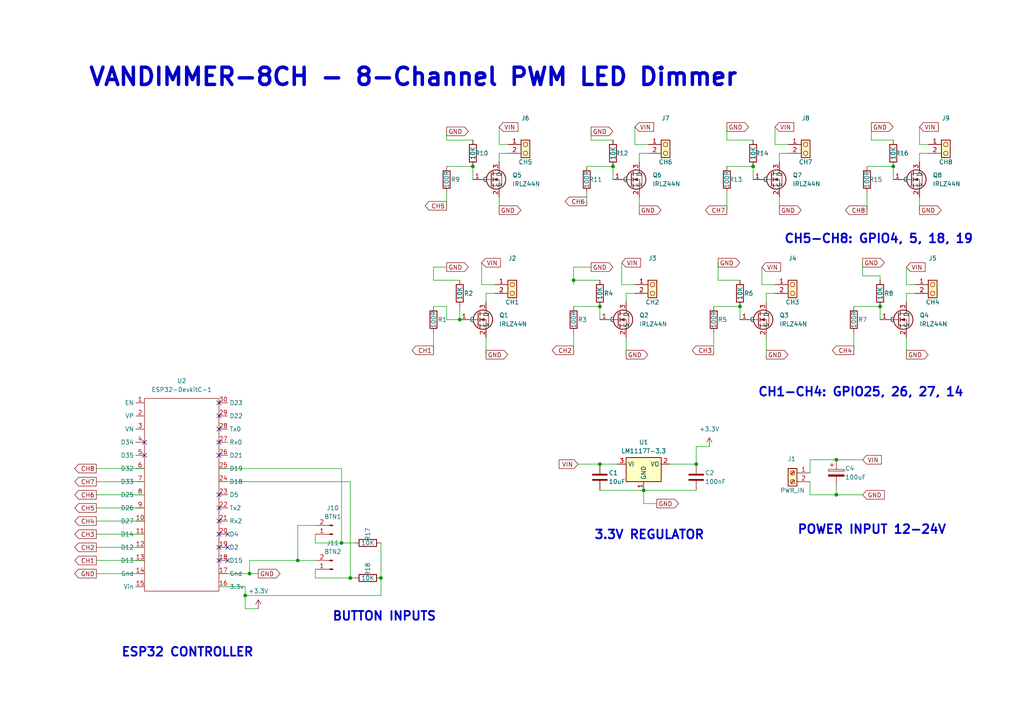
<source format=kicad_sch>
(kicad_sch (version 20250114) (generator "eeschema") (generator_version "9.0")
  (paper "A4")
  (title_block (title "VANDIMMER-8CH LED Controller") (date "2026-01-27") (rev "1.0") (company "VanDaemon") (comment 1 "8-Channel PWM LED Dimmer") (comment 2 "ESP32-WROOM-32 Controller"))
  (lib_symbols
    (symbol "Connector:Conn_01x02_Pin" (pin_names (offset 1.016) (hide yes))
      (property "Reference" "J" (at 0 2.54 0))
      (property "Value" "Conn_01x02_Pin" (at 0 -5.08 0))
      (symbol "Conn_01x02_Pin_1_1"
        (rectangle (start 0.8636 0.127) (end 0 -0.127) (stroke (width 0.1524)) (fill (type outline)))
        (rectangle (start 0.8636 -2.413) (end 0 -2.667) (stroke (width 0.1524)) (fill (type outline)))
        (polyline (pts (xy 1.27 0) (xy 0.8636 0)) (stroke (width 0.1524)))
        (polyline (pts (xy 1.27 -2.54) (xy 0.8636 -2.54)) (stroke (width 0.1524)))
        (pin passive line (at 5.08 0 180) (length 3.81) (name "Pin_1") (number "1"))
        (pin passive line (at 5.08 -2.54 180) (length 3.81) (name "Pin_2") (number "2"))
      )
    )
    (symbol "Connector:Screw_Terminal_01x02" (pin_names (offset 1.016) (hide yes))
      (property "Reference" "J" (at 0 2.54 0))
      (property "Value" "Screw_Terminal_01x02" (at 0 -5.08 0))
      (symbol "Screw_Terminal_01x02_1_1"
        (rectangle (start -1.27 1.27) (end 1.27 -3.81) (stroke (width 0.254)) (fill (type background)))
        (circle (center 0 0) (radius 0.635) (stroke (width 0.1524)))
        (circle (center 0 -2.54) (radius 0.635) (stroke (width 0.1524)))
        (pin passive line (at -5.08 0 0) (length 3.81) (name "Pin_1") (number "1"))
        (pin passive line (at -5.08 -2.54 0) (length 3.81) (name "Pin_2") (number "2"))
      )
    )
    (symbol "Device:C" (pin_numbers (hide yes)) (pin_names (offset 0.254))
      (property "Reference" "C" (at 0.635 2.54 0))
      (property "Value" "C" (at 0.635 -2.54 0))
      (symbol "C_0_1"
        (polyline (pts (xy -2.032 0.762) (xy 2.032 0.762)) (stroke (width 0.508)))
        (polyline (pts (xy -2.032 -0.762) (xy 2.032 -0.762)) (stroke (width 0.508)))
      )
      (symbol "C_1_1"
        (pin passive line (at 0 3.81 270) (length 2.794) (name "~") (number "1"))
        (pin passive line (at 0 -3.81 90) (length 2.794) (name "~") (number "2"))
      )
    )
    (symbol "Device:CP" (pin_numbers (hide yes)) (pin_names (offset 0.254))
      (property "Reference" "C" (at 0.635 2.54 0))
      (property "Value" "CP" (at 0.635 -2.54 0))
      (symbol "CP_0_1"
        (rectangle (start -2.286 0.508) (end 2.286 1.016))
        (rectangle (start -2.286 -0.508) (end 2.286 -1.016) (fill (type outline)))
        (polyline (pts (xy -1.778 2.286) (xy -0.762 2.286)))
        (polyline (pts (xy -1.27 2.794) (xy -1.27 1.778)))
      )
      (symbol "CP_1_1"
        (pin passive line (at 0 3.81 270) (length 2.794) (name "~") (number "1"))
        (pin passive line (at 0 -3.81 90) (length 2.794) (name "~") (number "2"))
      )
    )
    (symbol "Device:R" (pin_numbers (hide yes)) (pin_names (offset 0))
      (property "Reference" "R" (at 2.032 0 90))
      (property "Value" "R" (at 0 0 90))
      (symbol "R_0_1"
        (rectangle (start -1.016 -2.54) (end 1.016 2.54) (stroke (width 0.254)))
      )
      (symbol "R_1_1"
        (pin passive line (at 0 3.81 270) (length 1.27) (name "~") (number "1"))
        (pin passive line (at 0 -3.81 90) (length 1.27) (name "~") (number "2"))
      )
    )
    (symbol "Regulator_Linear:LM1117T-3.3"
      (property "Reference" "U" (at -3.81 3.175 0))
      (property "Value" "LM1117T-3.3" (at 0 3.175 0))
      (symbol "LM1117T-3.3_0_1"
        (rectangle (start -5.08 -5.08) (end 5.08 1.905) (stroke (width 0.254)) (fill (type background)))
      )
      (symbol "LM1117T-3.3_1_1"
        (pin power_in line (at -7.62 0 0) (length 2.54) (name "VI") (number "3"))
        (pin power_in line (at 0 -7.62 90) (length 2.54) (name "GND") (number "1"))
        (pin power_out line (at 7.62 0 180) (length 2.54) (name "VO") (number "2"))
      )
    )
    (symbol "SF_Library:ESP32-DevKitV1"
      (property "Reference" "U" (at 0 0 0))
      (symbol "ESP32-DevKitV1_0_1"
        (rectangle (start -12.7 -2.54) (end 8.89 -58.42))
      )
      (symbol "ESP32-DevKitV1_1_1"
        (pin input line (at -12.7 -3.81 180) (length 2.54) (name "EN") (number "1"))
        (pin input line (at -12.7 -7.62 180) (length 2.54) (name "VP") (number "2"))
        (pin input line (at -12.7 -11.43 180) (length 2.54) (name "VN") (number "3"))
        (pin bidirectional line (at -12.7 -15.24 180) (length 2.54) (name "D34") (number "4"))
        (pin bidirectional line (at -12.7 -19.05 180) (length 2.54) (name "D35") (number "5"))
        (pin bidirectional line (at -12.7 -22.86 180) (length 2.54) (name "D32") (number "6"))
        (pin bidirectional line (at -12.7 -26.67 180) (length 2.54) (name "D33") (number "7"))
        (pin bidirectional line (at -12.7 -30.48 180) (length 2.54) (name "D25") (number "8"))
        (pin bidirectional line (at -12.7 -34.29 180) (length 2.54) (name "D26") (number "9"))
        (pin bidirectional line (at -12.7 -38.1 180) (length 2.54) (name "D27") (number "10"))
        (pin bidirectional line (at -12.7 -41.91 180) (length 2.54) (name "D14") (number "11"))
        (pin bidirectional line (at -12.7 -45.72 180) (length 2.54) (name "D12") (number "12"))
        (pin bidirectional line (at -12.7 -49.53 180) (length 2.54) (name "D13") (number "13"))
        (pin power_out line (at -12.7 -53.34 180) (length 2.54) (name "Gnd") (number "14"))
        (pin power_in line (at -12.7 -57.15 180) (length 2.54) (name "Vin") (number "15"))
        (pin bidirectional line (at 8.89 -3.81 0) (length 2.54) (name "D23") (number "30"))
        (pin bidirectional line (at 8.89 -7.62 0) (length 2.54) (name "D22") (number "29"))
        (pin bidirectional line (at 8.89 -11.43 0) (length 2.54) (name "Tx0") (number "28"))
        (pin bidirectional line (at 8.89 -15.24 0) (length 2.54) (name "Rx0") (number "27"))
        (pin bidirectional line (at 8.89 -19.05 0) (length 2.54) (name "D21") (number "26"))
        (pin bidirectional line (at 8.89 -22.86 0) (length 2.54) (name "D19") (number "25"))
        (pin bidirectional line (at 8.89 -26.67 0) (length 2.54) (name "D18") (number "24"))
        (pin bidirectional line (at 8.89 -30.48 0) (length 2.54) (name "D5") (number "23"))
        (pin bidirectional line (at 8.89 -34.29 0) (length 2.54) (name "Tx2") (number "22"))
        (pin bidirectional line (at 8.89 -38.1 0) (length 2.54) (name "Rx2") (number "21"))
        (pin bidirectional line (at 8.89 -41.91 0) (length 2.54) (name "D4") (number "20"))
        (pin bidirectional line (at 8.89 -45.72 0) (length 2.54) (name "D2") (number "19"))
        (pin bidirectional line (at 8.89 -49.53 0) (length 2.54) (name "D15") (number "18"))
        (pin power_out line (at 8.89 -53.34 0) (length 2.54) (name "Gnd") (number "17"))
        (pin power_in line (at 8.89 -57.15 0) (length 2.54) (name "3.3v") (number "16"))
      )
    )
    (symbol "Screw_Terminal_01x02_1" (pin_names (offset 1.016) (hide yes))
      (property "Reference" "J" (at 0 2.54 0))
      (property "Value" "Screw_Terminal_01x02" (at 0 -5.08 0))
      (symbol "Screw_Terminal_01x02_1_1_1"
        (rectangle (start -1.27 1.27) (end 1.27 -3.81) (stroke (width 0.254)) (fill (type background)))
        (polyline (pts (xy -0.5334 0.3302) (xy 0.3302 -0.508)) (stroke (width 0.1524)))
        (polyline (pts (xy -0.5334 -2.2098) (xy 0.3302 -3.048)) (stroke (width 0.1524)))
        (polyline (pts (xy -0.3556 0.508) (xy 0.508 -0.3302)) (stroke (width 0.1524)))
        (polyline (pts (xy -0.3556 -2.032) (xy 0.508 -2.8702)) (stroke (width 0.1524)))
        (circle (center 0 0) (radius 0.635) (stroke (width 0.1524)))
        (circle (center 0 -2.54) (radius 0.635) (stroke (width 0.1524)))
        (pin passive line (at -5.08 0 0) (length 3.81) (name "Pin_1") (number "1"))
        (pin passive line (at -5.08 -2.54 0) (length 3.81) (name "Pin_2") (number "2"))
      )
    )
    (symbol "Transistor_FET:IRLZ44N" (pin_names (offset 0.254))
      (property "Reference" "Q" (at 5.08 1.905 0))
      (property "Value" "IRLZ44N" (at 5.08 0 0))
      (symbol "IRLZ44N_0_1"
        (polyline (pts (xy 0.254 1.905) (xy 0.254 -1.905)) (stroke (width 0.254)))
        (polyline (pts (xy 0.254 0) (xy -2.54 0)))
        (polyline (pts (xy 0.762 2.286) (xy 0.762 1.27)) (stroke (width 0.254)))
        (polyline (pts (xy 0.762 0.508) (xy 0.762 -0.508)) (stroke (width 0.254)))
        (polyline (pts (xy 0.762 -1.27) (xy 0.762 -2.286)) (stroke (width 0.254)))
        (polyline (pts (xy 0.762 -1.778) (xy 3.302 -1.778) (xy 3.302 1.778) (xy 0.762 1.778)))
        (polyline (pts (xy 1.016 0) (xy 2.032 0.381) (xy 2.032 -0.381) (xy 1.016 0)) (fill (type outline)))
        (circle (center 1.651 0) (radius 2.794) (stroke (width 0.254)))
        (polyline (pts (xy 2.54 2.54) (xy 2.54 1.778)))
        (polyline (pts (xy 2.54 -2.54) (xy 2.54 0) (xy 0.762 0)))
      )
      (symbol "IRLZ44N_1_1"
        (pin input line (at -5.08 0 0) (length 2.54) (name "G") (number "1"))
        (pin passive line (at 2.54 5.08 270) (length 2.54) (name "D") (number "3"))
        (pin passive line (at 2.54 -5.08 90) (length 2.54) (name "S") (number "2"))
      )
    )
    (symbol "power:+3.3V" (power) (pin_numbers (hide yes)) (pin_names (offset 0) (hide yes))
      (property "Value" "+3.3V" (at 0 3.556 0))
      (symbol "+3.3V_0_1"
        (polyline (pts (xy -0.762 1.27) (xy 0 2.54)))
        (polyline (pts (xy 0 2.54) (xy 0.762 1.27)))
        (polyline (pts (xy 0 0) (xy 0 2.54)))
      )
      (symbol "+3.3V_1_1"
        (pin power_in line (at 0 0 90) (length 0) (name "~") (number "1"))
      )
    )
    (symbol "power:+3V3" (power) (pin_names (offset 0))
      (property "Value" "+3V3" (at 0 3.556 0))
      (symbol "+3V3_0_1"
        (polyline (pts (xy -0.762 1.27) (xy 0 2.54)))
        (polyline (pts (xy 0 2.54) (xy 0.762 1.27)))
        (polyline (pts (xy 0 0) (xy 0 2.54)))
      )
      (symbol "+3V3_1_1"
        (pin power_in line (at 0 0 90) (length 0) (name "+3V3") (number "1"))
      )
    )
    (symbol "power:GND" (power) (pin_names (offset 0))
      (property "Value" "GND" (at 0 -3.81 0))
      (symbol "GND_0_1"
        (polyline (pts (xy 0 0) (xy 0 -1.27) (xy 1.27 -1.27) (xy 0 -2.54) (xy -1.27 -1.27) (xy 0 -1.27)))
      )
      (symbol "GND_1_1"
        (pin power_in line (at 0 0 270) (length 0) (name "GND") (number "1"))
      )
    )
    (symbol "power:VIN" (power) (pin_names (offset 0))
      (property "Value" "VIN" (at 0 3.556 0))
      (symbol "VIN_0_1"
        (polyline (pts (xy -0.762 1.27) (xy 0 2.54)))
        (polyline (pts (xy 0 2.54) (xy 0.762 1.27)))
        (polyline (pts (xy 0 0) (xy 0 2.54)))
      )
      (symbol "VIN_1_1"
        (pin power_in line (at 0 0 90) (length 0) (name "VIN") (number "1"))
      )
    )
  )
  (text "ESP32 CONTROLLER" (at 35.052 190.754 0) (effects (font (size 2.54 2.54) (bold yes)) (justify left bottom)))
  (text "VANDIMMER-8CH - 8-Channel PWM LED Dimmer" (at 25.4 25.4 0) (effects (font (size 5 5) (bold yes)) (justify left bottom)))
  (text "BUTTON INPUTS" (at 96.266 180.34 0) (effects (font (size 2.54 2.54) (bold yes)) (justify left bottom)))
  (text "CH5-CH8: GPIO4, 5, 18, 19" (at 227.33 70.866 0) (effects (font (size 2.54 2.54) (bold yes)) (justify left bottom)))
  (text "CH1-CH4: GPIO25, 26, 27, 14" (at 219.71 115.316 0) (effects (font (size 2.54 2.54) (bold yes)) (justify left bottom)))
  (text "POWER INPUT 12-24V" (at 231.14 155.194 0) (effects (font (size 2.54 2.54) (bold yes)) (justify left bottom)))
  (text "3.3V REGULATOR" (at 172.212 156.718 0) (effects (font (size 2.54 2.54) (bold yes)) (justify left bottom)))
  (junction (at 71.12 172.72))
  (junction (at 101.6 167.64))
  (junction (at 137.16 48.26))
  (junction (at 201.93 134.62))
  (junction (at 242.57 133.35))
  (junction (at 72.39 166.37))
  (junction (at 173.99 134.62))
  (junction (at 133.35 92.71))
  (junction (at 110.49 167.64))
  (junction (at 218.44 48.26))
  (junction (at 166.37 81.28))
  (junction (at 99.06 157.48))
  (junction (at 86.36 162.56))
  (junction (at 255.27 88.9))
  (junction (at 214.63 88.9))
  (junction (at 242.57 143.51))
  (junction (at 177.8 48.26))
  (junction (at 173.99 88.9))
  (junction (at 186.69 142.24))
  (junction (at 259.08 48.26))
  (no_connect (at 63.5 128.27))
  (no_connect (at 63.5 120.65))
  (no_connect (at 63.5 132.08))
  (no_connect (at 66.04 154.94))
  (no_connect (at 63.5 147.32))
  (no_connect (at 63.5 124.46))
  (no_connect (at 66.04 162.56))
  (no_connect (at 63.5 116.84))
  (no_connect (at 63.5 158.75))
  (no_connect (at 41.91 128.27))
  (no_connect (at 63.5 151.13))
  (no_connect (at 63.5 162.56))
  (no_connect (at 41.91 132.08))
  (no_connect (at 66.04 158.75))
  (no_connect (at 63.5 154.94))
  (no_connect (at 63.5 143.51))
  (wire (pts (xy 224.79 85.09) (xy 222.25 85.09)))
  (wire (pts (xy 222.25 85.09) (xy 222.25 87.63)))
  (wire (pts (xy 166.37 81.28) (xy 173.99 81.28)))
  (wire (pts (xy 129.54 55.88) (xy 129.54 59.69)))
  (wire (pts (xy 214.63 88.9) (xy 214.63 92.71)))
  (wire (pts (xy 170.18 48.26) (xy 177.8 48.26)))
  (wire (pts (xy 262.89 87.63) (xy 262.89 85.09)))
  (wire (pts (xy 166.37 77.47) (xy 171.45 77.47)))
  (wire (pts (xy 201.93 129.54) (xy 201.93 134.62)))
  (wire (pts (xy 139.7 82.55) (xy 143.51 82.55)))
  (wire (pts (xy 129.54 88.9) (xy 129.54 92.71)))
  (wire (pts (xy 181.61 85.09) (xy 184.15 85.09)))
  (wire (pts (xy 269.24 44.45) (xy 266.7 44.45)))
  (wire (pts (xy 186.69 142.24) (xy 186.69 146.05)))
  (wire (pts (xy 226.06 57.15) (xy 226.06 60.96)))
  (wire (pts (xy 185.42 46.99) (xy 185.42 44.45)))
  (wire (pts (xy 242.57 143.51) (xy 250.19 143.51)))
  (wire (pts (xy 27.94 143.51) (xy 41.91 143.51)))
  (wire (pts (xy 220.98 77.47) (xy 220.98 82.55)))
  (wire (pts (xy 250.19 133.35) (xy 242.57 133.35)))
  (wire (pts (xy 208.28 76.2) (xy 208.28 81.28)))
  (wire (pts (xy 99.06 157.48) (xy 102.87 157.48)))
  (wire (pts (xy 266.7 57.15) (xy 266.7 60.96)))
  (wire (pts (xy 210.82 40.64) (xy 218.44 40.64)))
  (wire (pts (xy 129.54 40.64) (xy 137.16 40.64)))
  (wire (pts (xy 27.94 158.75) (xy 41.91 158.75)))
  (wire (pts (xy 234.95 133.35) (xy 234.95 137.16)))
  (wire (pts (xy 250.19 80.01) (xy 255.27 80.01)))
  (wire (pts (xy 27.94 166.37) (xy 41.91 166.37)))
  (wire (pts (xy 144.78 36.83) (xy 144.78 41.91)))
  (wire (pts (xy 86.36 152.4) (xy 86.36 162.56)))
  (wire (pts (xy 63.5 135.89) (xy 99.06 135.89)))
  (wire (pts (xy 234.95 143.51) (xy 242.57 143.51)))
  (wire (pts (xy 171.45 40.64) (xy 177.8 40.64)))
  (wire (pts (xy 262.89 85.09) (xy 265.43 85.09)))
  (wire (pts (xy 185.42 44.45) (xy 187.96 44.45)))
  (wire (pts (xy 91.44 152.4) (xy 86.36 152.4)))
  (wire (pts (xy 173.99 142.24) (xy 186.69 142.24)))
  (wire (pts (xy 247.65 88.9) (xy 255.27 88.9)))
  (wire (pts (xy 242.57 133.35) (xy 234.95 133.35)))
  (wire (pts (xy 218.44 48.26) (xy 218.44 52.07)))
  (wire (pts (xy 179.07 134.62) (xy 173.99 134.62)))
  (wire (pts (xy 181.61 87.63) (xy 181.61 85.09)))
  (wire (pts (xy 224.79 36.83) (xy 224.79 41.91)))
  (wire (pts (xy 71.12 176.53) (xy 74.93 176.53)))
  (wire (pts (xy 91.44 157.48) (xy 99.06 157.48)))
  (wire (pts (xy 129.54 77.47) (xy 125.73 77.47)))
  (wire (pts (xy 259.08 48.26) (xy 259.08 52.07)))
  (wire (pts (xy 71.12 172.72) (xy 71.12 176.53)))
  (wire (pts (xy 207.01 88.9) (xy 214.63 88.9)))
  (wire (pts (xy 133.35 88.9) (xy 133.35 92.71)))
  (wire (pts (xy 27.94 162.56) (xy 41.91 162.56)))
  (wire (pts (xy 262.89 82.55) (xy 265.43 82.55)))
  (wire (pts (xy 262.89 77.47) (xy 262.89 82.55)))
  (wire (pts (xy 129.54 92.71) (xy 133.35 92.71)))
  (wire (pts (xy 140.97 97.79) (xy 140.97 102.87)))
  (wire (pts (xy 144.78 46.99) (xy 144.78 44.45)))
  (wire (pts (xy 27.94 154.94) (xy 41.91 154.94)))
  (wire (pts (xy 210.82 36.83) (xy 210.82 40.64)))
  (wire (pts (xy 170.18 55.88) (xy 170.18 58.42)))
  (wire (pts (xy 252.73 40.64) (xy 259.08 40.64)))
  (wire (pts (xy 72.39 162.56) (xy 86.36 162.56)))
  (wire (pts (xy 27.94 135.89) (xy 41.91 135.89)))
  (wire (pts (xy 91.44 154.94) (xy 91.44 157.48)))
  (wire (pts (xy 110.49 172.72) (xy 110.49 167.64)))
  (wire (pts (xy 144.78 41.91) (xy 147.32 41.91)))
  (wire (pts (xy 125.73 81.28) (xy 133.35 81.28)))
  (wire (pts (xy 194.31 134.62) (xy 201.93 134.62)))
  (wire (pts (xy 222.25 97.79) (xy 222.25 102.87)))
  (wire (pts (xy 180.34 82.55) (xy 180.34 76.2)))
  (wire (pts (xy 266.7 44.45) (xy 266.7 46.99)))
  (wire (pts (xy 125.73 96.52) (xy 125.73 101.6)))
  (wire (pts (xy 226.06 46.99) (xy 226.06 44.45)))
  (wire (pts (xy 262.89 97.79) (xy 262.89 102.87)))
  (wire (pts (xy 27.94 139.7) (xy 41.91 139.7)))
  (wire (pts (xy 101.6 167.64) (xy 102.87 167.64)))
  (wire (pts (xy 125.73 88.9) (xy 129.54 88.9)))
  (wire (pts (xy 205.74 129.54) (xy 201.93 129.54)))
  (wire (pts (xy 166.37 88.9) (xy 173.99 88.9)))
  (wire (pts (xy 255.27 80.01) (xy 255.27 81.28)))
  (wire (pts (xy 166.37 81.28) (xy 166.37 82.55)))
  (wire (pts (xy 171.45 38.1) (xy 171.45 40.64)))
  (wire (pts (xy 184.15 36.83) (xy 184.15 41.91)))
  (wire (pts (xy 166.37 77.47) (xy 166.37 81.28)))
  (wire (pts (xy 91.44 165.1) (xy 91.44 167.64)))
  (wire (pts (xy 224.79 41.91) (xy 228.6 41.91)))
  (wire (pts (xy 210.82 48.26) (xy 218.44 48.26)))
  (wire (pts (xy 208.28 81.28) (xy 214.63 81.28)))
  (wire (pts (xy 144.78 57.15) (xy 144.78 60.96)))
  (wire (pts (xy 129.54 38.1) (xy 129.54 40.64)))
  (wire (pts (xy 251.46 48.26) (xy 259.08 48.26)))
  (wire (pts (xy 137.16 48.26) (xy 137.16 52.07)))
  (wire (pts (xy 139.7 76.2) (xy 139.7 82.55)))
  (wire (pts (xy 184.15 41.91) (xy 187.96 41.91)))
  (wire (pts (xy 210.82 55.88) (xy 210.82 60.96)))
  (wire (pts (xy 184.15 82.55) (xy 180.34 82.55)))
  (wire (pts (xy 242.57 143.51) (xy 242.57 140.97)))
  (wire (pts (xy 140.97 85.09) (xy 140.97 87.63)))
  (wire (pts (xy 166.37 96.52) (xy 166.37 101.6)))
  (wire (pts (xy 177.8 48.26) (xy 177.8 52.07)))
  (wire (pts (xy 186.69 142.24) (xy 201.93 142.24)))
  (wire (pts (xy 250.19 76.2) (xy 250.19 80.01)))
  (wire (pts (xy 143.51 85.09) (xy 140.97 85.09)))
  (wire (pts (xy 173.99 88.9) (xy 173.99 92.71)))
  (wire (pts (xy 181.61 97.79) (xy 181.61 102.87)))
  (wire (pts (xy 91.44 167.64) (xy 101.6 167.64)))
  (wire (pts (xy 72.39 166.37) (xy 72.39 162.56)))
  (wire (pts (xy 167.64 134.62) (xy 173.99 134.62)))
  (wire (pts (xy 27.94 147.32) (xy 41.91 147.32)))
  (wire (pts (xy 110.49 157.48) (xy 110.49 167.64)))
  (wire (pts (xy 185.42 57.15) (xy 185.42 60.96)))
  (wire (pts (xy 266.7 41.91) (xy 269.24 41.91)))
  (wire (pts (xy 226.06 44.45) (xy 228.6 44.45)))
  (wire (pts (xy 71.12 170.18) (xy 71.12 172.72)))
  (wire (pts (xy 86.36 162.56) (xy 91.44 162.56)))
  (wire (pts (xy 251.46 55.88) (xy 251.46 60.96)))
  (wire (pts (xy 234.95 139.7) (xy 234.95 143.51)))
  (wire (pts (xy 99.06 135.89) (xy 99.06 157.48)))
  (wire (pts (xy 220.98 82.55) (xy 224.79 82.55)))
  (wire (pts (xy 186.69 146.05) (xy 190.5 146.05)))
  (wire (pts (xy 144.78 44.45) (xy 147.32 44.45)))
  (wire (pts (xy 63.5 166.37) (xy 72.39 166.37)))
  (wire (pts (xy 63.5 139.7) (xy 101.6 139.7)))
  (wire (pts (xy 252.73 36.83) (xy 252.73 40.64)))
  (wire (pts (xy 207.01 96.52) (xy 207.01 101.6)))
  (wire (pts (xy 129.54 48.26) (xy 137.16 48.26)))
  (wire (pts (xy 72.39 166.37) (xy 74.93 166.37)))
  (wire (pts (xy 63.5 170.18) (xy 71.12 170.18)))
  (wire (pts (xy 255.27 88.9) (xy 255.27 92.71)))
  (wire (pts (xy 247.65 96.52) (xy 247.65 101.6)))
  (wire (pts (xy 27.94 151.13) (xy 41.91 151.13)))
  (wire (pts (xy 266.7 36.83) (xy 266.7 41.91)))
  (wire (pts (xy 125.73 77.47) (xy 125.73 81.28)))
  (wire (pts (xy 101.6 139.7) (xy 101.6 167.64)))
  (wire (pts (xy 71.12 172.72) (xy 110.49 172.72)))
  (global_label "GND" (shape output) (at 27.94 166.37 180) (property "Intersheetrefs" "${INTERSHEET_REFS}" (effects (hide yes))))
  (global_label "CH2" (shape output) (at 166.37 101.6 180) (property "Intersheetrefs" "${INTERSHEET_REFS}" (effects (hide yes))))
  (global_label "CH3" (shape output) (at 27.94 154.94 180) (property "Intersheetrefs" "${INTERSHEET_REFS}" (effects (hide yes))))
  (global_label "CH3" (shape output) (at 207.01 101.6 180) (property "Intersheetrefs" "${INTERSHEET_REFS}" (effects (hide yes))))
  (global_label "CH1" (shape output) (at 125.73 101.6 180) (property "Intersheetrefs" "${INTERSHEET_REFS}" (effects (hide yes))))
  (global_label "GND" (shape output) (at 181.61 102.87 0) (property "Intersheetrefs" "${INTERSHEET_REFS}" (effects (hide yes))))
  (global_label "VIN" (shape input) (at 144.78 36.83 0) (property "Intersheetrefs" "${INTERSHEET_REFS}" (effects (hide yes))))
  (global_label "GND" (shape output) (at 210.82 36.83 0) (property "Intersheetrefs" "${INTERSHEET_REFS}" (effects (hide yes))))
  (global_label "CH7" (shape output) (at 210.82 60.96 180) (property "Intersheetrefs" "${INTERSHEET_REFS}" (effects (hide yes))))
  (global_label "VIN" (shape input) (at 139.7 76.2 0) (property "Intersheetrefs" "${INTERSHEET_REFS}" (effects (hide yes))))
  (global_label "GND" (shape output) (at 250.19 76.2 0) (property "Intersheetrefs" "${INTERSHEET_REFS}" (effects (hide yes))))
  (global_label "CH4" (shape output) (at 27.94 151.13 180) (property "Intersheetrefs" "${INTERSHEET_REFS}" (effects (hide yes))))
  (global_label "GND" (shape output) (at 74.93 166.37 0) (property "Intersheetrefs" "${INTERSHEET_REFS}" (effects (hide yes))))
  (global_label "VIN" (shape input) (at 266.7 36.83 0) (property "Intersheetrefs" "${INTERSHEET_REFS}" (effects (hide yes))))
  (global_label "VIN" (shape input) (at 184.15 36.83 0) (property "Intersheetrefs" "${INTERSHEET_REFS}" (effects (hide yes))))
  (global_label "CH6" (shape output) (at 27.94 143.51 180) (property "Intersheetrefs" "${INTERSHEET_REFS}" (effects (hide yes))))
  (global_label "VIN" (shape input) (at 224.79 36.83 0) (property "Intersheetrefs" "${INTERSHEET_REFS}" (effects (hide yes))))
  (global_label "GND" (shape output) (at 208.28 76.2 0) (property "Intersheetrefs" "${INTERSHEET_REFS}" (effects (hide yes))))
  (global_label "CH8" (shape output) (at 27.94 135.89 180) (property "Intersheetrefs" "${INTERSHEET_REFS}" (effects (hide yes))))
  (global_label "GND" (shape output) (at 222.25 102.87 0) (property "Intersheetrefs" "${INTERSHEET_REFS}" (effects (hide yes))))
  (global_label "CH2" (shape output) (at 27.94 158.75 180) (property "Intersheetrefs" "${INTERSHEET_REFS}" (effects (hide yes))))
  (global_label "CH5" (shape output) (at 129.54 59.69 180) (property "Intersheetrefs" "${INTERSHEET_REFS}" (effects (hide yes))))
  (global_label "GND" (shape output) (at 140.97 102.87 0) (property "Intersheetrefs" "${INTERSHEET_REFS}" (effects (hide yes))))
  (global_label "VIN" (shape input) (at 220.98 77.47 0) (property "Intersheetrefs" "${INTERSHEET_REFS}" (effects (hide yes))))
  (global_label "GND" (shape output) (at 144.78 60.96 0) (property "Intersheetrefs" "${INTERSHEET_REFS}" (effects (hide yes))))
  (global_label "VIN" (shape input) (at 180.34 76.2 0) (property "Intersheetrefs" "${INTERSHEET_REFS}" (effects (hide yes))))
  (global_label "GND" (shape input) (at 250.19 143.51 0) (property "Intersheetrefs" "${INTERSHEET_REFS}" (effects (hide yes))))
  (global_label "GND" (shape output) (at 262.89 102.87 0) (property "Intersheetrefs" "${INTERSHEET_REFS}" (effects (hide yes))))
  (global_label "CH1" (shape output) (at 27.94 162.56 180) (property "Intersheetrefs" "${INTERSHEET_REFS}" (effects (hide yes))))
  (global_label "CH7" (shape output) (at 27.94 139.7 180) (property "Intersheetrefs" "${INTERSHEET_REFS}" (effects (hide yes))))
  (global_label "GND" (shape output) (at 171.45 38.1 0) (property "Intersheetrefs" "${INTERSHEET_REFS}" (effects (hide yes))))
  (global_label "GND" (shape output) (at 129.54 77.47 0) (property "Intersheetrefs" "${INTERSHEET_REFS}" (effects (hide yes))))
  (global_label "CH6" (shape output) (at 170.18 58.42 180) (property "Intersheetrefs" "${INTERSHEET_REFS}" (effects (hide yes))))
  (global_label "GND" (shape output) (at 185.42 60.96 0) (property "Intersheetrefs" "${INTERSHEET_REFS}" (effects (hide yes))))
  (global_label "GND" (shape output) (at 266.7 60.96 0) (property "Intersheetrefs" "${INTERSHEET_REFS}" (effects (hide yes))))
  (global_label "VIN" (shape input) (at 250.19 133.35 0) (property "Intersheetrefs" "${INTERSHEET_REFS}" (effects (hide yes))))
  (global_label "GND" (shape output) (at 171.45 77.47 0) (property "Intersheetrefs" "${INTERSHEET_REFS}" (effects (hide yes))))
  (global_label "GND" (shape output) (at 226.06 60.96 0) (property "Intersheetrefs" "${INTERSHEET_REFS}" (effects (hide yes))))
  (global_label "GND" (shape output) (at 252.73 36.83 0) (property "Intersheetrefs" "${INTERSHEET_REFS}" (effects (hide yes))))
  (global_label "GND" (shape output) (at 190.5 146.05 0) (property "Intersheetrefs" "${INTERSHEET_REFS}" (effects (hide yes))))
  (global_label "GND" (shape output) (at 129.54 38.1 0) (property "Intersheetrefs" "${INTERSHEET_REFS}" (effects (hide yes))))
  (global_label "CH4" (shape output) (at 247.65 101.6 180) (property "Intersheetrefs" "${INTERSHEET_REFS}" (effects (hide yes))))
  (global_label "VIN" (shape input) (at 167.64 134.62 180) (property "Intersheetrefs" "${INTERSHEET_REFS}" (effects (hide yes))))
  (global_label "CH5" (shape output) (at 27.94 147.32 180) (property "Intersheetrefs" "${INTERSHEET_REFS}" (effects (hide yes))))
  (global_label "CH8" (shape output) (at 251.46 60.96 180) (property "Intersheetrefs" "${INTERSHEET_REFS}" (effects (hide yes))))
  (global_label "VIN" (shape input) (at 262.89 77.47 0) (property "Intersheetrefs" "${INTERSHEET_REFS}" (effects (hide yes))))
  (symbol (lib_id "Regulator_Linear:LM1117T-3.3") (at 186.69 134.62 0) (unit 1)
    (property "Reference" "U1" (at 186.69 128.27 0))
    (property "Value" "LM1117T-3.3" (at 186.69 130.81 0))
    (property "Footprint" "Package_TO_SOT_THT:TO-220-3_Horizontal_TabDown" (effects (hide yes)))
    (property "Datasheet" "http://www.ti.com/lit/ds/symlink/lm1117.pdf" (effects (hide yes)))
    (property "Description" "800mA Low-Dropout Linear Regulator, 3.3V fixed output, TO-220" (effects (hide yes)))
  )
  (symbol (lib_name "Screw_Terminal_01x02_1") (lib_id "Connector:Screw_Terminal_01x02") (at 229.87 137.16 0) (mirror y) (unit 1)
    (property "Reference" "J1" (at 229.616 133.096 0))
    (property "Value" "PWR_IN" (at 229.87 142.24 0))
    (property "Footprint" "TerminalBlock:TerminalBlock_bornier-2_P5.08mm" (effects (hide yes)))
    (property "Datasheet" "~" (at 229.87 137.16 0))
    (property "Description" "Generic screw terminal, single row, 01x02, script generated (kicad-library-utils/schlib/autogen/connector/)" (effects (hide yes)))
  )
  (symbol (lib_id "Device:CP") (at 242.57 137.16 0) (unit 1)
    (property "Reference" "C4" (at 245.11 135.89 0) (effects (justify left)))
    (property "Value" "100uF" (at 245.11 138.43 0) (effects (justify left)))
    (property "Footprint" "Capacitor_THT:CP_Radial_D8.0mm_P3.50mm" (effects (hide yes)))
  )
  (symbol (lib_id "Device:C") (at 173.99 138.43 0) (unit 1)
    (property "Reference" "C1" (at 176.53 137.16 0) (effects (justify left)))
    (property "Value" "10uF" (at 176.53 139.7 0) (effects (justify left)))
    (property "Footprint" "Capacitor_THT:C_Disc_D4.3mm_W1.9mm_P5.00mm" (effects (hide yes)))
  )
  (symbol (lib_id "Device:C") (at 201.93 138.43 0) (unit 1)
    (property "Reference" "C2" (at 204.47 137.16 0) (effects (justify left)))
    (property "Value" "100nF" (at 204.47 139.7 0) (effects (justify left)))
    (property "Footprint" "Capacitor_THT:C_Disc_D4.3mm_W1.9mm_P5.00mm" (effects (hide yes)))
  )
  (symbol (lib_id "Device:R") (at 106.68 157.48 90) (unit 1)
    (property "Reference" "R17" (at 106.68 154.94 0))
    (property "Value" "10K" (at 106.68 157.48 90))
    (property "Footprint" "Resistor_THT:R_Axial_DIN0207_L6.3mm_D2.5mm_P7.62mm_Horizontal" (effects (hide yes)))
  )
  (symbol (lib_id "Connector:Conn_01x02_Pin") (at 96.52 154.94 180) (unit 1)
    (property "Reference" "J10" (at 96.52 147.32 0))
    (property "Value" "BTN1" (at 96.52 149.86 0))
    (property "Footprint" "Connector_PinHeader_2.54mm:PinHeader_1x02_P2.54mm_Vertical" (effects (hide yes)))
  )
  (symbol (lib_id "Device:R") (at 106.68 167.64 90) (unit 1)
    (property "Reference" "R18" (at 106.68 165.1 0))
    (property "Value" "10K" (at 106.68 167.64 90))
    (property "Footprint" "Resistor_THT:R_Axial_DIN0207_L6.3mm_D2.5mm_P7.62mm_Horizontal" (effects (hide yes)))
  )
  (symbol (lib_id "Connector:Conn_01x02_Pin") (at 96.52 165.1 180) (unit 1)
    (property "Reference" "J11" (at 96.52 157.48 0))
    (property "Value" "BTN2" (at 96.52 160.02 0))
    (property "Footprint" "Connector_PinHeader_2.54mm:PinHeader_1x02_P2.54mm_Vertical" (effects (hide yes)))
  )
  (symbol (lib_id "Device:R") (at 125.73 92.71 0) (unit 1)
    (property "Reference" "R1" (at 128.27 92.71 0))
    (property "Value" "100R" (at 125.73 92.71 90))
    (property "Footprint" "Resistor_THT:R_Axial_DIN0207_L6.3mm_D2.5mm_P7.62mm_Horizontal" (effects (hide yes)))
  )
  (symbol (lib_id "Device:R") (at 133.35 85.09 0) (unit 1)
    (property "Reference" "R2" (at 135.89 85.09 0))
    (property "Value" "10K" (at 133.35 85.09 90))
    (property "Footprint" "Resistor_THT:R_Axial_DIN0207_L6.3mm_D2.5mm_P7.62mm_Horizontal" (effects (hide yes)))
  )
  (symbol (lib_id "Transistor_FET:IRLZ44N") (at 138.43 92.71 0) (unit 1)
    (property "Reference" "Q1" (at 144.78 91.44 0) (effects (justify left)))
    (property "Value" "IRLZ44N" (at 144.78 93.98 0) (effects (justify left)))
    (property "Footprint" "Package_TO_SOT_THT:TO-220-3_Horizontal_TabDown" (effects (hide yes)))
  )
  (symbol (lib_id "Connector:Screw_Terminal_01x02") (at 148.59 82.55 0) (unit 1)
    (property "Reference" "J2" (at 148.59 74.93 0))
    (property "Value" "CH1" (at 148.59 87.63 0))
    (property "Footprint" "TerminalBlock:TerminalBlock_bornier-2_P5.08mm" (effects (hide yes)))
  )
  (symbol (lib_id "Device:R") (at 166.37 92.71 0) (unit 1)
    (property "Reference" "R3" (at 168.91 92.71 0))
    (property "Value" "100R" (at 166.37 92.71 90))
    (property "Footprint" "Resistor_THT:R_Axial_DIN0207_L6.3mm_D2.5mm_P7.62mm_Horizontal" (effects (hide yes)))
  )
  (symbol (lib_id "Device:R") (at 173.99 85.09 0) (unit 1)
    (property "Reference" "R4" (at 176.53 85.09 0))
    (property "Value" "10K" (at 173.99 85.09 90))
    (property "Footprint" "Resistor_THT:R_Axial_DIN0207_L6.3mm_D2.5mm_P7.62mm_Horizontal" (effects (hide yes)))
  )
  (symbol (lib_id "Transistor_FET:IRLZ44N") (at 179.07 92.71 0) (unit 1)
    (property "Reference" "Q2" (at 185.42 91.44 0) (effects (justify left)))
    (property "Value" "IRLZ44N" (at 185.42 93.98 0) (effects (justify left)))
    (property "Footprint" "Package_TO_SOT_THT:TO-220-3_Horizontal_TabDown" (effects (hide yes)))
  )
  (symbol (lib_id "Connector:Screw_Terminal_01x02") (at 189.23 82.55 0) (unit 1)
    (property "Reference" "J3" (at 189.23 74.93 0))
    (property "Value" "CH2" (at 189.23 87.63 0))
    (property "Footprint" "TerminalBlock:TerminalBlock_bornier-2_P5.08mm" (effects (hide yes)))
  )
  (symbol (lib_id "Device:R") (at 207.01 92.71 0) (unit 1)
    (property "Reference" "R5" (at 209.55 92.71 0))
    (property "Value" "100R" (at 207.01 92.71 90))
    (property "Footprint" "Resistor_THT:R_Axial_DIN0207_L6.3mm_D2.5mm_P7.62mm_Horizontal" (effects (hide yes)))
  )
  (symbol (lib_id "Device:R") (at 214.63 85.09 0) (unit 1)
    (property "Reference" "R6" (at 217.17 85.09 0))
    (property "Value" "10K" (at 214.63 85.09 90))
    (property "Footprint" "Resistor_THT:R_Axial_DIN0207_L6.3mm_D2.5mm_P7.62mm_Horizontal" (effects (hide yes)))
  )
  (symbol (lib_id "Transistor_FET:IRLZ44N") (at 219.71 92.71 0) (unit 1)
    (property "Reference" "Q3" (at 226.06 91.44 0) (effects (justify left)))
    (property "Value" "IRLZ44N" (at 226.06 93.98 0) (effects (justify left)))
    (property "Footprint" "Package_TO_SOT_THT:TO-220-3_Horizontal_TabDown" (effects (hide yes)))
  )
  (symbol (lib_id "Connector:Screw_Terminal_01x02") (at 229.87 82.55 0) (unit 1)
    (property "Reference" "J4" (at 229.87 74.93 0))
    (property "Value" "CH3" (at 229.87 87.63 0))
    (property "Footprint" "TerminalBlock:TerminalBlock_bornier-2_P5.08mm" (effects (hide yes)))
  )
  (symbol (lib_id "Device:R") (at 247.65 92.71 0) (unit 1)
    (property "Reference" "R7" (at 250.19 92.71 0))
    (property "Value" "100R" (at 247.65 92.71 90))
    (property "Footprint" "Resistor_THT:R_Axial_DIN0207_L6.3mm_D2.5mm_P7.62mm_Horizontal" (effects (hide yes)))
  )
  (symbol (lib_id "Device:R") (at 255.27 85.09 0) (unit 1)
    (property "Reference" "R8" (at 257.81 85.09 0))
    (property "Value" "10K" (at 255.27 85.09 90))
    (property "Footprint" "Resistor_THT:R_Axial_DIN0207_L6.3mm_D2.5mm_P7.62mm_Horizontal" (effects (hide yes)))
  )
  (symbol (lib_id "Transistor_FET:IRLZ44N") (at 260.35 92.71 0) (unit 1)
    (property "Reference" "Q4" (at 266.7 91.44 0) (effects (justify left)))
    (property "Value" "IRLZ44N" (at 266.7 93.98 0) (effects (justify left)))
    (property "Footprint" "Package_TO_SOT_THT:TO-220-3_Horizontal_TabDown" (effects (hide yes)))
  )
  (symbol (lib_id "Connector:Screw_Terminal_01x02") (at 270.51 82.55 0) (unit 1)
    (property "Reference" "J5" (at 270.51 74.93 0))
    (property "Value" "CH4" (at 270.51 87.63 0))
    (property "Footprint" "TerminalBlock:TerminalBlock_bornier-2_P5.08mm" (effects (hide yes)))
  )
  (symbol (lib_id "Device:R") (at 129.54 52.07 0) (unit 1)
    (property "Reference" "R9" (at 132.08 52.07 0))
    (property "Value" "100R" (at 129.54 52.07 90))
    (property "Footprint" "Resistor_THT:R_Axial_DIN0207_L6.3mm_D2.5mm_P7.62mm_Horizontal" (effects (hide yes)))
  )
  (symbol (lib_id "Device:R") (at 137.16 44.45 0) (unit 1)
    (property "Reference" "R10" (at 139.7 44.45 0))
    (property "Value" "10K" (at 137.16 44.45 90))
    (property "Footprint" "Resistor_THT:R_Axial_DIN0207_L6.3mm_D2.5mm_P7.62mm_Horizontal" (effects (hide yes)))
  )
  (symbol (lib_id "Transistor_FET:IRLZ44N") (at 142.24 52.07 0) (unit 1)
    (property "Reference" "Q5" (at 148.59 50.8 0) (effects (justify left)))
    (property "Value" "IRLZ44N" (at 148.59 53.34 0) (effects (justify left)))
    (property "Footprint" "Package_TO_SOT_THT:TO-220-3_Horizontal_TabDown" (effects (hide yes)))
  )
  (symbol (lib_id "Connector:Screw_Terminal_01x02") (at 152.4 41.91 0) (unit 1)
    (property "Reference" "J6" (at 152.4 34.29 0))
    (property "Value" "CH5" (at 152.4 46.99 0))
    (property "Footprint" "TerminalBlock:TerminalBlock_bornier-2_P5.08mm" (effects (hide yes)))
  )
  (symbol (lib_id "Device:R") (at 170.18 52.07 0) (unit 1)
    (property "Reference" "R11" (at 172.72 52.07 0))
    (property "Value" "100R" (at 170.18 52.07 90))
    (property "Footprint" "Resistor_THT:R_Axial_DIN0207_L6.3mm_D2.5mm_P7.62mm_Horizontal" (effects (hide yes)))
  )
  (symbol (lib_id "Device:R") (at 177.8 44.45 0) (unit 1)
    (property "Reference" "R12" (at 180.34 44.45 0))
    (property "Value" "10K" (at 177.8 44.45 90))
    (property "Footprint" "Resistor_THT:R_Axial_DIN0207_L6.3mm_D2.5mm_P7.62mm_Horizontal" (effects (hide yes)))
  )
  (symbol (lib_id "Transistor_FET:IRLZ44N") (at 182.88 52.07 0) (unit 1)
    (property "Reference" "Q6" (at 189.23 50.8 0) (effects (justify left)))
    (property "Value" "IRLZ44N" (at 189.23 53.34 0) (effects (justify left)))
    (property "Footprint" "Package_TO_SOT_THT:TO-220-3_Horizontal_TabDown" (effects (hide yes)))
  )
  (symbol (lib_id "Connector:Screw_Terminal_01x02") (at 193.04 41.91 0) (unit 1)
    (property "Reference" "J7" (at 193.04 34.29 0))
    (property "Value" "CH6" (at 193.04 46.99 0))
    (property "Footprint" "TerminalBlock:TerminalBlock_bornier-2_P5.08mm" (effects (hide yes)))
  )
  (symbol (lib_id "Device:R") (at 210.82 52.07 0) (unit 1)
    (property "Reference" "R13" (at 213.36 52.07 0))
    (property "Value" "100R" (at 210.82 52.07 90))
    (property "Footprint" "Resistor_THT:R_Axial_DIN0207_L6.3mm_D2.5mm_P7.62mm_Horizontal" (effects (hide yes)))
  )
  (symbol (lib_id "Device:R") (at 218.44 44.45 0) (unit 1)
    (property "Reference" "R14" (at 220.98 44.45 0))
    (property "Value" "10K" (at 218.44 44.45 90))
    (property "Footprint" "Resistor_THT:R_Axial_DIN0207_L6.3mm_D2.5mm_P7.62mm_Horizontal" (effects (hide yes)))
  )
  (symbol (lib_id "Transistor_FET:IRLZ44N") (at 223.52 52.07 0) (unit 1)
    (property "Reference" "Q7" (at 229.87 50.8 0) (effects (justify left)))
    (property "Value" "IRLZ44N" (at 229.87 53.34 0) (effects (justify left)))
    (property "Footprint" "Package_TO_SOT_THT:TO-220-3_Horizontal_TabDown" (effects (hide yes)))
  )
  (symbol (lib_id "Connector:Screw_Terminal_01x02") (at 233.68 41.91 0) (unit 1)
    (property "Reference" "J8" (at 233.68 34.29 0))
    (property "Value" "CH7" (at 233.68 46.99 0))
    (property "Footprint" "TerminalBlock:TerminalBlock_bornier-2_P5.08mm" (effects (hide yes)))
  )
  (symbol (lib_id "Device:R") (at 251.46 52.07 0) (unit 1)
    (property "Reference" "R15" (at 254 52.07 0))
    (property "Value" "100R" (at 251.46 52.07 90))
    (property "Footprint" "Resistor_THT:R_Axial_DIN0207_L6.3mm_D2.5mm_P7.62mm_Horizontal" (effects (hide yes)))
  )
  (symbol (lib_id "Device:R") (at 259.08 44.45 0) (unit 1)
    (property "Reference" "R16" (at 261.62 44.45 0))
    (property "Value" "10K" (at 259.08 44.45 90))
    (property "Footprint" "Resistor_THT:R_Axial_DIN0207_L6.3mm_D2.5mm_P7.62mm_Horizontal" (effects (hide yes)))
  )
  (symbol (lib_id "Transistor_FET:IRLZ44N") (at 264.16 52.07 0) (unit 1)
    (property "Reference" "Q8" (at 270.51 50.8 0) (effects (justify left)))
    (property "Value" "IRLZ44N" (at 270.51 53.34 0) (effects (justify left)))
    (property "Footprint" "Package_TO_SOT_THT:TO-220-3_Horizontal_TabDown" (effects (hide yes)))
  )
  (symbol (lib_id "Connector:Screw_Terminal_01x02") (at 274.32 41.91 0) (unit 1)
    (property "Reference" "J9" (at 274.32 34.29 0))
    (property "Value" "CH8" (at 274.32 46.99 0))
    (property "Footprint" "TerminalBlock:TerminalBlock_bornier-2_P5.08mm" (effects (hide yes)))
  )
  (symbol (lib_id "SF_Library:ESP32-DevKitV1") (at 54.61 113.03 0) (unit 1)
    (property "Reference" "U2" (at 52.705 110.49 0))
    (property "Value" "ESP32-DevkitC-1" (at 52.705 113.03 0))
    (property "Footprint" "SF_Library:ESP32-DevKitC-1" (effects (hide yes)))
  )
  (symbol (lib_id "power:+3.3V") (at 205.74 129.54 0) (unit 1)
    (property "Reference" "#PWR01" (effects (hide yes)))
    (property "Value" "+3.3V" (at 205.74 124.46 0))
    (property "Description" "Power symbol creates a global label with name \"+3.3V\"" (effects (hide yes)))
  )
  (symbol (lib_id "power:+3.3V") (at 74.93 176.53 0) (unit 1)
    (property "Reference" "#PWR02" (effects (hide yes)))
    (property "Value" "+3.3V" (at 74.93 171.45 0))
    (property "Description" "Power symbol creates a global label with name \"+3.3V\"" (effects (hide yes)))
  )
)
</source>
